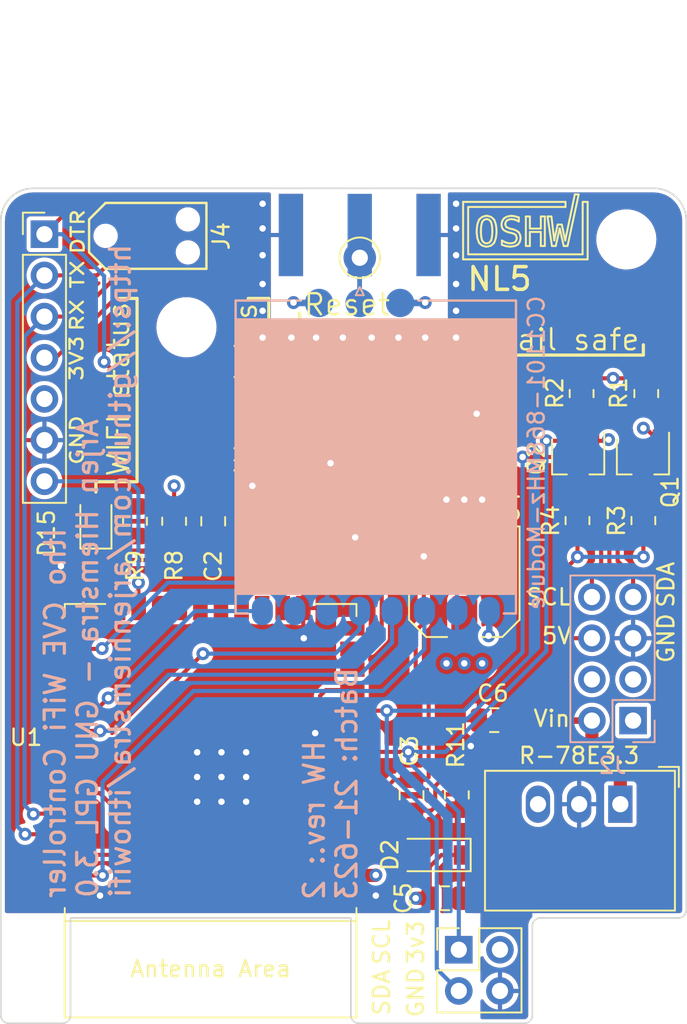
<source format=kicad_pcb>
(kicad_pcb (version 20211014) (generator pcbnew)
  (layers (0 "F.Cu" signal) (1 "In1.Cu" power "3V3") (2 "In2.Cu" power "GND") (31 "B.Cu" signal) (34 "B.Paste" user) (35 "F.Paste" user) (36 "B.SilkS" user "B.Silkscreen") (37 "F.SilkS" user "F.Silkscreen") (38 "B.Mask" user) (39 "F.Mask" user) (44 "Edge.Cuts" user))
  (net 0 "")
  (net 1 "GND")
  (net 2 "+5V")
  (net 3 "+3V3")
  (net 4 "SDA")
  (net 5 "SCL")
  (net 6 "D0")
  (net 7 "D23_MOSI")
  (net 8 "D19_MISO")
  (net 9 "D18_SCK")
  (net 10 "D5_SS")
  (net 11 "D4_IRQ")
  (net 13 "D0{slash}RX0")
  (net 14 "D1{slash}TX0")
  (net 17 "Net-(LED1-Pad2)")
  (net 18 "Net-(LED2-Pad2)")
  (net 19 "SDA_L")
  (net 20 "SCL_L")
  (net 21 "Net-(R10-Pad2)")
  (net 22 "+15V")
  (net 23 "Net-(C2-Pad1)")
  (net 24 "Net-(C3-Pad1)")
  (net 26 "D15")
  (net 27 "D13")
  (net 28 "D17")
  (net 29 "Net-(H1-Pad1)")
  (footprint "Converter_DCDC:Converter_DCDC_RECOM_R-78E-0.5_THT" (layer "F.Cu") (at 121.2596 142.9512 180)
    (fp_text reference "R-78E3.3")
    (fp_text value "U2")
  )
  (footprint "Package_TO_SOT_SMD:SOT-23W" (layer "F.Cu") (at 118.6586 121.539 -90)
    (fp_text reference "Q2")
    (fp_text value "BSS138")
  )
  (footprint "Resistor_SMD:R_0805_2012Metric" (layer "F.Cu") (at 118.872 117.6244 -90)
    (fp_text reference "R2")
    (fp_text value "R10K" hide)
  )
  (footprint "Connector_PinHeader_2.54mm:PinHeader_1x07_P2.54mm_Vertical" (layer "F.Cu") (at 85.725 107.7976)
    (fp_text reference "J1" hide)
    (fp_text value "CONN_01X07" hide)
  )
  (footprint "nrg_watch:ESP32-WROOM-32E" (layer "F.Cu") (at 95.9776 141.6036 180)
    (fp_text reference "U1")
    (fp_text value "ESP32-WROOM")
  )
  (footprint "Resistor_SMD:R_0805_2012Metric" (layer "F.Cu") (at 91.313 125.5014 -90)
    (fp_text reference "R9")
    (fp_text value "R100" hide)
  )
  (footprint "Resistor_SMD:R_0805_2012Metric" (layer "F.Cu") (at 106.536 125.51 -90)
    (fp_text reference "R10")
    (fp_text value "R10K" hide)
  )
  (footprint "Resistor_SMD:R_0805_2012Metric" (layer "F.Cu") (at 118.618 125.461 -90)
    (fp_text reference "R4")
    (fp_text value "R10K" hide)
  )
  (footprint "MountingHole:MountingHole_2.5mm" (layer "F.Cu") (at 94.488 113.538)
    (fp_text reference "H2" hide)
    (fp_text value "MountingHole" hide)
  )
  (footprint "LED_SMD:LED_0805_2012Metric" (layer "F.Cu") (at 88.9 125.5014 90)
    (fp_text reference "LED1" hide)
    (fp_text value "WIFI status")
  )
  (footprint "Connector_PinHeader_2.54mm:PinHeader_2x02_P2.54mm_Vertical" (layer "F.Cu") (at 111.292 151.928)
    (fp_text reference "J5" hide)
    (fp_text value "Conn_02x02_Odd_Even" hide)
  )
  (footprint "nrg_watch:TC2020-MCP-NL" (layer "F.Cu") (at 92.036 107.9014 90)
    (fp_text reference "J4")
    (fp_text value "TC2030-MCP-NL" hide)
  )
  (footprint "nrg_watch:TS-1187" (layer "F.Cu") (at 110.5404 118.872 -90)
    (fp_text reference "SW1" hide)
    (fp_text value "Fail safe")
  )
  (footprint "Capacitor_SMD:C_0805_2012Metric" (layer "F.Cu") (at 113.482 137.768 180)
    (fp_text reference "C6")
    (fp_text value "10uF" hide)
  )
  (footprint "Package_TO_SOT_SMD:SOT-23W" (layer "F.Cu") (at 122.6566 121.539 -90)
    (fp_text reference "Q1")
    (fp_text value "BSS138")
  )
  (footprint "Resistor_SMD:R_0805_2012Metric" (layer "F.Cu") (at 122.8598 117.6244 90)
    (fp_text reference "R1")
    (fp_text value "R10K" hide)
  )
  (footprint "Resistor_SMD:R_0805_2012Metric" (layer "F.Cu") (at 122.682 125.461 -90)
    (fp_text reference "R3")
    (fp_text value "R10K" hide)
  )
  (footprint "Capacitor_SMD:C_0805_2012Metric" (layer "F.Cu") (at 96.139 125.5014 90)
    (fp_text reference "C2")
    (fp_text value "1uF" hide)
  )
  (footprint "Resistor_SMD:R_0805_2012Metric" (layer "F.Cu") (at 98.552 125.5155 90)
    (fp_text reference "R7")
    (fp_text value "R10K" hide)
  )
  (footprint "Capacitor_SMD:C_Elec_6.3x7.7" (layer "F.Cu") (at 111.632 129.2305 90)
    (fp_text reference "C4")
    (fp_text value "470uF" hide)
  )
  (footprint "Capacitor_SMD:C_0805_2012Metric" (layer "F.Cu") (at 110.4369 148.751)
    (fp_text reference "C5")
    (fp_text value "0.1uF" hide)
  )
  (footprint "Capacitor_SMD:C_0805_2012Metric" (layer "F.Cu") (at 108.3775 142.401 90)
    (fp_text reference "C3")
    (fp_text value "10uF" hide)
  )
  (footprint "Diode_SMD:D_SOD-123" (layer "F.Cu") (at 109.7755 146.084 180)
    (fp_text reference "D2")
    (fp_text value "D_Schottky" hide)
  )
  (footprint "Resistor_SMD:R_0805_2012Metric" (layer "F.Cu") (at 111.1715 142.3775 90)
    (fp_text reference "R11")
    (fp_text value "R1K" hide)
  )
  (footprint "Connector_Pin:Pin_D1.0mm_L10.0mm" (layer "F.Cu") (at 105.18218 109.25146)
    (fp_text reference "H1" hide)
    (fp_text value "MountingHole_Pad" hide)
  )
  (footprint "Resistor_SMD:R_0805_2012Metric" (layer "F.Cu") (at 93.726 125.5014 90)
    (fp_text reference "R8")
    (fp_text value "R10K" hide)
  )
  (footprint "Resistor_SMD:R_0805_2012Metric" (layer "F.Cu") (at 103.378 125.5155 90)
    (fp_text reference "R5")
    (fp_text value "R100")
  )
  (footprint "LED_SMD:LED_0805_2012Metric" (layer "F.Cu") (at 100.965 125.5155 90)
    (fp_text reference "LED2" hide)
    (fp_text value "itho status")
  )
  (footprint "nrg_watch:TS-1187" (layer "F.Cu") (at 104.14 118.872 90)
    (fp_text reference "SW2" hide)
    (fp_text value "Reset")
  )
  (footprint "MountingHole:MountingHole_2.5mm" (layer "F.Cu") (at 121.63 108.12)
    (fp_text reference "H3" hide)
    (fp_text value "MountingHole" hide)
  )
  (footprint "Connector_PinSocket_2.54mm:PinSocket_2x04_P2.54mm_Vertical" (layer "B.Cu") (at 122.047 137.795)
    (fp_text reference "J2")
    (fp_text value "conn")
  )
  (footprint "Connector_Coaxial:SMA_Amphenol_132289_EdgeMount" (layer "B.Cu") (at 105.1814 107.8484 90)
    (fp_text reference "J3" hide)
    (fp_text value "Conn_Coaxial")
  )
  (footprint "nrg_watch:CC1101-868MHz-Module" (layer "B.Cu") (at 106.172 121.539 90)
    (fp_text reference "U2" hide)
    (fp_text value "CC1101-868MHz-Module")
  )
  (gr_poly (pts (xy 114.808 129.9972) (xy 97.5614 129.9972) (xy 97.536 113.03) (xy 114.808 113.03)) (layer "B.SilkS") (width 0.1) (fill solid))
  (gr_line (start 99.568 111.76) (end 99.568 122.936) (layer "F.SilkS") (width 0.2))
  (gr_line (start 99.568 111.76) (end 98.298 111.76) (layer "F.SilkS") (width 0.2))
  (gr_line (start 99.568 122.936) (end 100.965 122.936) (layer "F.SilkS") (width 0.2))
  (gr_line (start 100.965 123.571) (end 100.965 122.936) (layer "F.SilkS") (width 0.2))
  (gr_line (start 113.665 122.936) (end 112.649 122.936) (layer "F.SilkS") (width 0.2))
  (gr_line (start 113.665 122.936) (end 113.665 115.2525) (layer "F.SilkS") (width 0.2))
  (gr_line (start 122.682 115.2525) (end 122.682 114.6175) (layer "F.SilkS") (width 0.2))
  (gr_line (start 113.665 115.2525) (end 122.682 115.2525) (layer "F.SilkS") (width 0.2))
  (gr_line (start 106.045 122.936) (end 107.188 122.936) (layer "F.SilkS") (width 0.2))
  (gr_line (start 101.473 113.284) (end 101.473 112.649) (layer "F.SilkS") (width 0.2))
  (gr_line (start 101.473 113.284) (end 107.188 113.284) (layer "F.SilkS") (width 0.2))
  (gr_line (start 107.188 122.936) (end 107.188 113.284) (layer "F.SilkS") (width 0.2))
  (gr_line (start 88.9 123.063) (end 91.44 123.063) (layer "F.SilkS") (width 0.2))
  (gr_line (start 116.768896 106.703121) (end 116.768896 106.703121) (layer "F.SilkS") (width 0.125))
  (gr_line (start 117.040946 108.52577) (end 116.768896 106.703121) (layer "F.SilkS") (width 0.125))
  (gr_line (start 117.274296 108.52577) (end 117.040946 108.52577) (layer "F.SilkS") (width 0.125))
  (gr_line (start 117.520896 107.44287) (end 117.274296 108.52577) (layer "F.SilkS") (width 0.125))
  (gr_line (start 117.768496 108.52577) (end 117.520896 107.44287) (layer "F.SilkS") (width 0.125))
  (gr_line (start 118.001795 108.52577) (end 117.768496 108.52577) (layer "F.SilkS") (width 0.125))
  (gr_line (start 118.690546 105.34897) (end 118.001795 108.52577) (layer "F.SilkS") (width 0.125))
  (gr_line (start 118.450196 105.34897) (end 118.690546 105.34897) (layer "F.SilkS") (width 0.125))
  (gr_line (start 117.858846 108.18507) (end 118.450196 105.34897) (layer "F.SilkS") (width 0.125))
  (gr_line (start 117.648846 107.20362) (end 117.858846 108.18507) (layer "F.SilkS") (width 0.125))
  (gr_line (start 117.391446 107.20362) (end 117.648846 107.20362) (layer "F.SilkS") (width 0.125))
  (gr_line (start 117.183946 108.18262) (end 117.391446 107.20362) (layer "F.SilkS") (width 0.125))
  (gr_line (start 117.009246 106.703121) (end 117.183946 108.18262) (layer "F.SilkS") (width 0.125))
  (gr_line (start 116.768896 106.703121) (end 117.009246 106.703121) (layer "F.SilkS") (width 0.125))
  (gr_line (start 115.431795 106.703121) (end 115.431795 106.703121) (layer "F.SilkS") (width 0.125))
  (gr_line (start 115.431795 108.52577) (end 115.431795 106.703121) (layer "F.SilkS") (width 0.125))
  (gr_line (start 115.679746 108.52577) (end 115.431795 108.52577) (layer "F.SilkS") (width 0.125))
  (gr_line (start 115.679746 107.65772) (end 115.679746 108.52577) (layer "F.SilkS") (width 0.125))
  (gr_line (start 116.354646 107.65772) (end 115.679746 107.65772) (layer "F.SilkS") (width 0.125))
  (gr_line (start 116.354646 108.52577) (end 116.354646 107.65772) (layer "F.SilkS") (width 0.125))
  (gr_line (start 116.602596 108.52577) (end 116.354646 108.52577) (layer "F.SilkS") (width 0.125))
  (gr_line (start 116.602596 106.703121) (end 116.602596 108.52577) (layer "F.SilkS") (width 0.125))
  (gr_line (start 116.354646 106.703121) (end 116.602596 106.703121) (layer "F.SilkS") (width 0.125))
  (gr_line (start 116.354646 107.45022) (end 116.354646 106.703121) (layer "F.SilkS") (width 0.125))
  (gr_line (start 115.679746 107.45022) (end 116.354646 107.45022) (layer "F.SilkS") (width 0.125))
  (gr_line (start 115.679746 106.703121) (end 115.679746 107.45022) (layer "F.SilkS") (width 0.125))
  (gr_line (start 115.431795 106.703121) (end 115.679746 106.703121) (layer "F.SilkS") (width 0.125))
  (gr_line (start 114.996431 106.76582) (end 114.996431 106.76552) (layer "F.SilkS") (width 0.125))
  (gr_line (start 114.975001 106.75767) (end 114.996431 106.76582) (layer "F.SilkS") (width 0.125))
  (gr_line (start 114.771546 106.69882) (end 114.975001 106.75767) (layer "F.SilkS") (width 0.125))
  (gr_line (start 114.752281 106.69502) (end 114.771546 106.69882) (layer "F.SilkS") (width 0.125))
  (gr_line (start 114.732756 106.690921) (end 114.752281 106.69502) (layer "F.SilkS") (width 0.125))
  (gr_line (start 114.586541 106.67057) (end 114.732756 106.690921) (layer "F.SilkS") (width 0.125))
  (gr_line (start 114.531476 106.67057) (end 114.586541 106.67057) (layer "F.SilkS") (width 0.125))
  (gr_line (start 114.469896 106.67057) (end 114.531476 106.67057) (layer "F.SilkS") (width 0.125))
  (gr_line (start 114.285976 106.70722) (end 114.469896 106.67057) (layer "F.SilkS") (width 0.125))
  (gr_line (start 114.121861 106.79347) (end 114.285976 106.70722) (layer "F.SilkS") (width 0.125))
  (gr_line (start 114.094466 106.81817) (end 114.121861 106.79347) (layer "F.SilkS") (width 0.125))
  (gr_line (start 114.067066 106.84257) (end 114.094466 106.81817) (layer "F.SilkS") (width 0.125))
  (gr_line (start 113.97158 106.98907) (end 114.067066 106.84257) (layer "F.SilkS") (width 0.125))
  (gr_line (start 113.930885 107.15372) (end 113.97158 106.98907) (layer "F.SilkS") (width 0.125))
  (gr_line (start 113.930885 107.20877) (end 113.930885 107.15372) (layer "F.SilkS") (width 0.125))
  (gr_line (start 113.930885 107.25247) (end 113.930885 107.20877) (layer "F.SilkS") (width 0.125))
  (gr_line (start 113.959376 107.38402) (end 113.930885 107.25247) (layer "F.SilkS") (width 0.125))
  (gr_line (start 114.026376 107.50067) (end 113.959376 107.38402) (layer "F.SilkS") (width 0.125))
  (gr_line (start 114.045636 107.52022) (end 114.026376 107.50067) (layer "F.SilkS") (width 0.125))
  (gr_line (start 114.064626 107.53947) (end 114.045636 107.52022) (layer "F.SilkS") (width 0.125))
  (gr_line (start 114.195101 107.62137) (end 114.064626 107.53947) (layer "F.SilkS") (width 0.125))
  (gr_line (start 114.371971 107.68377) (end 114.195101 107.62137) (layer "F.SilkS") (width 0.125))
  (gr_line (start 114.414291 107.69327) (end 114.371971 107.68377) (layer "F.SilkS") (width 0.125))
  (gr_line (start 114.545851 107.72392) (end 114.414291 107.69327) (layer "F.SilkS") (width 0.125))
  (gr_line (start 114.575151 107.73042) (end 114.545851 107.72392) (layer "F.SilkS") (width 0.125))
  (gr_line (start 114.696136 107.771121) (end 114.575151 107.73042) (layer "F.SilkS") (width 0.125))
  (gr_line (start 114.781851 107.82267) (end 114.696136 107.771121) (layer "F.SilkS") (width 0.125))
  (gr_line (start 114.793791 107.83487) (end 114.781851 107.82267) (layer "F.SilkS") (width 0.125))
  (gr_line (start 114.805726 107.84682) (end 114.793791 107.83487) (layer "F.SilkS") (width 0.125))
  (gr_line (start 114.865681 107.99137) (end 114.805726 107.84682) (layer "F.SilkS") (width 0.125))
  (gr_line (start 114.865681 108.04372) (end 114.865681 107.99137) (layer "F.SilkS") (width 0.125))
  (gr_line (start 114.865681 108.07712) (end 114.865681 108.04372) (layer "F.SilkS") (width 0.125))
  (gr_line (start 114.839636 108.17722) (end 114.865681 108.07712) (layer "F.SilkS") (width 0.125))
  (gr_line (start 114.779146 108.26402) (end 114.839636 108.17722) (layer "F.SilkS") (width 0.125))
  (gr_line (start 114.762056 108.27812) (end 114.779146 108.26402) (layer "F.SilkS") (width 0.125))
  (gr_line (start 114.744691 108.29197) (end 114.762056 108.27812) (layer "F.SilkS") (width 0.125))
  (gr_line (start 114.637541 108.34022) (end 114.744691 108.29197) (layer "F.SilkS") (width 0.125))
  (gr_line (start 114.513026 108.36112) (end 114.637541 108.34022) (layer "F.SilkS") (width 0.125))
  (gr_line (start 114.471526 108.36112) (end 114.513026 108.36112) (layer "F.SilkS") (width 0.125))
  (gr_line (start 114.413471 108.36112) (end 114.471526 108.36112) (layer "F.SilkS") (width 0.125))
  (gr_line (start 114.239591 108.32642) (end 114.413471 108.36112) (layer "F.SilkS") (width 0.125))
  (gr_line (start 114.218706 108.31962) (end 114.239591 108.32642) (layer "F.SilkS") (width 0.125))
  (gr_line (start 114.197816 108.312571) (end 114.218706 108.31962) (layer "F.SilkS") (width 0.125))
  (gr_line (start 113.977275 108.203771) (end 114.197816 108.312571) (layer "F.SilkS") (width 0.125))
  (gr_line (start 113.953951 108.18912) (end 113.977275 108.203771) (layer "F.SilkS") (width 0.125))
  (gr_line (start 113.953951 108.45147) (end 113.953951 108.18912) (layer "F.SilkS") (width 0.125))
  (gr_line (start 113.975651 108.46042) (end 113.953951 108.45147) (layer "F.SilkS") (width 0.125))
  (gr_line (start 114.192116 108.52877) (end 113.975651 108.46042) (layer "F.SilkS") (width 0.125))
  (gr_line (start 114.213816 108.53337) (end 114.192116 108.52877) (layer "F.SilkS") (width 0.125))
  (gr_line (start 114.235251 108.53797) (end 114.213816 108.53337) (layer "F.SilkS") (width 0.125))
  (gr_line (start 114.406966 108.56132) (end 114.235251 108.53797) (layer "F.SilkS") (width 0.125))
  (gr_line (start 114.471526 108.56132) (end 114.406966 108.56132) (layer "F.SilkS") (width 0.125))
  (gr_line (start 114.539066 108.56132) (end 114.471526 108.56132) (layer "F.SilkS") (width 0.125))
  (gr_line (start 114.742521 108.527121) (end 114.539066 108.56132) (layer "F.SilkS") (width 0.125))
  (gr_line (start 114.913421 108.44737) (end 114.742521 108.527121) (layer "F.SilkS") (width 0.125))
  (gr_line (start 114.940276 108.42462) (end 114.913421 108.44737) (layer "F.SilkS") (width 0.125))
  (gr_line (start 114.967131 108.40182) (end 114.940276 108.42462) (layer "F.SilkS") (width 0.125))
  (gr_line (start 115.060991 108.25697) (end 114.967131 108.40182) (layer "F.SilkS") (width 0.125))
  (gr_line (start 115.101411 108.08522) (end 115.060991 108.25697) (layer "F.SilkS") (width 0.125))
  (gr_line (start 115.101411 108.02802) (end 115.101411 108.08522) (layer "F.SilkS") (width 0.125))
  (gr_line (start 115.101411 107.978371) (end 115.101411 108.02802) (layer "F.SilkS") (width 0.125))
  (gr_line (start 115.072111 107.83027) (end 115.101411 107.978371) (layer "F.SilkS") (width 0.125))
  (gr_line (start 115.003751 107.70007) (end 115.072111 107.83027) (layer "F.SilkS") (width 0.125))
  (gr_line (start 114.984221 107.67887) (end 115.003751 107.70007) (layer "F.SilkS") (width 0.125))
  (gr_line (start 114.964686 107.65747) (end 114.984221 107.67887) (layer "F.SilkS") (width 0.125))
  (gr_line (start 114.832041 107.56767) (end 114.964686 107.65747) (layer "F.SilkS") (width 0.125))
  (gr_line (start 114.653276 107.50067) (end 114.832041 107.56767) (layer "F.SilkS") (width 0.125))
  (gr_line (start 114.610686 107.49092) (end 114.653276 107.50067) (layer "F.SilkS") (width 0.125))
  (gr_line (start 114.481291 107.46162) (end 114.610686 107.49092) (layer "F.SilkS") (width 0.125))
  (gr_line (start 114.450911 107.45427) (end 114.481291 107.46162) (layer "F.SilkS") (width 0.125))
  (gr_line (start 114.243385 107.36587) (end 114.450911 107.45427) (layer "F.SilkS") (width 0.125))
  (gr_line (start 114.232271 107.35527) (end 114.243385 107.36587) (layer "F.SilkS") (width 0.125))
  (gr_line (start 114.221146 107.34467) (end 114.232271 107.35527) (layer "F.SilkS") (width 0.125))
  (gr_line (start 114.166346 107.21692) (end 114.221146 107.34467) (layer "F.SilkS") (width 0.125))
  (gr_line (start 114.166346 107.17082) (end 114.166346 107.21692) (layer "F.SilkS") (width 0.125))
  (gr_line (start 114.166346 107.13987) (end 114.166346 107.17082) (layer "F.SilkS") (width 0.125))
  (gr_line (start 114.191576 107.04712) (end 114.166346 107.13987) (layer "F.SilkS") (width 0.125))
  (gr_line (start 114.250716 106.96572) (end 114.191576 107.04712) (layer "F.SilkS") (width 0.125))
  (gr_line (start 114.267806 106.952421) (end 114.250716 106.96572) (layer "F.SilkS") (width 0.125))
  (gr_line (start 114.284626 106.93862) (end 114.267806 106.952421) (layer "F.SilkS") (width 0.125))
  (gr_line (start 114.387431 106.89112) (end 114.284626 106.93862) (layer "F.SilkS") (width 0.125))
  (gr_line (start 114.514386 106.87052) (end 114.387431 106.89112) (layer "F.SilkS") (width 0.125))
  (gr_line (start 114.543681 106.87052) (end 114.514386 106.87052) (layer "F.SilkS") (width 0.125))
  (gr_line (start 114.562671 106.87052) (end 114.543681 106.87052) (layer "F.SilkS") (width 0.125))
  (gr_line (start 114.752011 106.90092) (end 114.562671 106.87052) (layer "F.SilkS") (width 0.125))
  (gr_line (start 114.770736 106.90712) (end 114.752011 106.90092) (layer "F.SilkS") (width 0.125))
  (gr_line (start 114.789451 106.91312) (end 114.770736 106.90712) (layer "F.SilkS") (width 0.125))
  (gr_line (start 114.977706 107.00372) (end 114.789451 106.91312) (layer "F.SilkS") (width 0.125))
  (gr_line (start 114.996431 107.01592) (end 114.977706 107.00372) (layer "F.SilkS") (width 0.125))
  (gr_line (start 114.996431 106.76552) (end 114.996431 107.01592) (layer "F.SilkS") (width 0.125))
  (gr_line (start 113.619201 107.616221) (end 113.619201 107.616221) (layer "F.SilkS") (width 0.125))
  (gr_line (start 113.619201 107.51207) (end 113.619201 107.616221) (layer "F.SilkS") (width 0.125))
  (gr_line (start 113.581225 107.19957) (end 113.619201 107.51207) (layer "F.SilkS") (width 0.125))
  (gr_line (start 113.493061 106.94347) (end 113.581225 107.19957) (layer "F.SilkS") (width 0.125))
  (gr_line (start 113.467841 106.90442) (end 113.493061 106.94347) (layer "F.SilkS") (width 0.125))
  (gr_line (start 113.442611 106.86537) (end 113.467841 106.90442) (layer "F.SilkS") (width 0.125))
  (gr_line (start 113.277951 106.72862) (end 113.442611 106.86537) (layer "F.SilkS") (width 0.125))
  (gr_line (start 113.076125 106.67002) (end 113.277951 106.72862) (layer "F.SilkS") (width 0.125))
  (gr_line (start 113.008851 106.67002) (end 113.076125 106.67002) (layer "F.SilkS") (width 0.125))
  (gr_line (start 112.941576 106.67002) (end 113.008851 106.67002) (layer "F.SilkS") (width 0.125))
  (gr_line (start 112.740296 106.72862) (end 112.941576 106.67002) (layer "F.SilkS") (width 0.125))
  (gr_line (start 112.575096 106.86537) (end 112.740296 106.72862) (layer "F.SilkS") (width 0.125))
  (gr_line (start 112.549866 106.90442) (end 112.575096 106.86537) (layer "F.SilkS") (width 0.125))
  (gr_line (start 112.524636 106.94347) (end 112.549866 106.90442) (layer "F.SilkS") (width 0.125))
  (gr_line (start 112.437021 107.19957) (end 112.524636 106.94347) (layer "F.SilkS") (width 0.125))
  (gr_line (start 112.399581 107.51207) (end 112.437021 107.19957) (layer "F.SilkS") (width 0.125))
  (gr_line (start 112.399581 107.616221) (end 112.399581 107.51207) (layer "F.SilkS") (width 0.125))
  (gr_line (start 112.399581 107.72037) (end 112.399581 107.616221) (layer "F.SilkS") (width 0.125))
  (gr_line (start 112.437021 108.03317) (end 112.399581 107.72037) (layer "F.SilkS") (width 0.125))
  (gr_line (start 112.524636 108.288671) (end 112.437021 108.03317) (layer "F.SilkS") (width 0.125))
  (gr_line (start 112.549866 108.32777) (end 112.524636 108.288671) (layer "F.SilkS") (width 0.125))
  (gr_line (start 112.574826 108.36657) (end 112.549866 108.32777) (layer "F.SilkS") (width 0.125))
  (gr_line (start 112.739486 108.50247) (end 112.574826 108.36657) (layer "F.SilkS") (width 0.125))
  (gr_line (start 112.941306 108.56107) (end 112.739486 108.50247) (layer "F.SilkS") (width 0.125))
  (gr_line (start 113.008851 108.56107) (end 112.941306 108.56107) (layer "F.SilkS") (width 0.125))
  (gr_line (start 113.076125 108.56107) (end 113.008851 108.56107) (layer "F.SilkS") (width 0.125))
  (gr_line (start 113.277951 108.50247) (end 113.076125 108.56107) (layer "F.SilkS") (width 0.125))
  (gr_line (start 113.442611 108.36572) (end 113.277951 108.50247) (layer "F.SilkS") (width 0.125))
  (gr_line (start 113.467841 108.32667) (end 113.442611 108.36572) (layer "F.SilkS") (width 0.125))
  (gr_line (start 113.493061 108.28762) (end 113.467841 108.32667) (layer "F.SilkS") (width 0.125))
  (gr_line (start 113.581225 108.03182) (end 113.493061 108.28762) (layer "F.SilkS") (width 0.125))
  (gr_line (start 113.619201 107.72012) (end 113.581225 108.03182) (layer "F.SilkS") (width 0.125))
  (gr_line (start 113.619201 107.616221) (end 113.619201 107.72012) (layer "F.SilkS") (width 0.125))
  (gr_line (start 113.361501 107.616221) (end 113.361501 107.616221) (layer "F.SilkS") (width 0.125))
  (gr_line (start 113.361501 107.70222) (end 113.361501 107.616221) (layer "F.SilkS") (width 0.125))
  (gr_line (start 113.340611 107.96047) (end 113.361501 107.70222) (layer "F.SilkS") (width 0.125))
  (gr_line (start 113.292326 108.16122) (end 113.340611 107.96047) (layer "F.SilkS") (width 0.125))
  (gr_line (start 113.278491 108.18997) (end 113.292326 108.16122) (layer "F.SilkS") (width 0.125))
  (gr_line (start 113.264656 108.21842) (end 113.278491 108.18997) (layer "F.SilkS") (width 0.125))
  (gr_line (start 113.169986 108.31797) (end 113.264656 108.21842) (layer "F.SilkS") (width 0.125))
  (gr_line (start 113.049001 108.360871) (end 113.169986 108.31797) (layer "F.SilkS") (width 0.125))
  (gr_line (start 113.008851 108.360871) (end 113.049001 108.360871) (layer "F.SilkS") (width 0.125))
  (gr_line (start 112.968431 108.360871) (end 113.008851 108.360871) (layer "F.SilkS") (width 0.125))
  (gr_line (start 112.847721 108.31772) (end 112.968431 108.360871) (layer "F.SilkS") (width 0.125))
  (gr_line (start 112.752775 108.21707) (end 112.847721 108.31772) (layer "F.SilkS") (width 0.125))
  (gr_line (start 112.738941 108.18862) (end 112.752775 108.21707) (layer "F.SilkS") (width 0.125))
  (gr_line (start 112.725101 108.15987) (end 112.738941 108.18862) (layer "F.SilkS") (width 0.125))
  (gr_line (start 112.677631 107.95937) (end 112.725101 108.15987) (layer "F.SilkS") (width 0.125))
  (gr_line (start 112.657291 107.701971) (end 112.677631 107.95937) (layer "F.SilkS") (width 0.125))
  (gr_line (start 112.657291 107.616221) (end 112.657291 107.701971) (layer "F.SilkS") (width 0.125))
  (gr_line (start 112.657291 107.52997) (end 112.657291 107.616221) (layer "F.SilkS") (width 0.125))
  (gr_line (start 112.677631 107.27197) (end 112.657291 107.52997) (layer "F.SilkS") (width 0.125))
  (gr_line (start 112.725101 107.07097) (end 112.677631 107.27197) (layer "F.SilkS") (width 0.125))
  (gr_line (start 112.738941 107.04247) (end 112.725101 107.07097) (layer "F.SilkS") (width 0.125))
  (gr_line (start 112.752775 107.01372) (end 112.738941 107.04247) (layer "F.SilkS") (width 0.125))
  (gr_line (start 112.847721 106.91312) (end 112.752775 107.01372) (layer "F.SilkS") (width 0.125))
  (gr_line (start 111.558386 105.80582) (end 111.558386 109.35071) (layer "F.SilkS") (width 0.125))
  (gr_line (start 119.243946 105.80582) (end 118.937946 105.80582) (layer "F.SilkS") (width 0.125))
  (gr_line (start 119.243946 109.35071) (end 119.243946 105.80582) (layer "F.SilkS") (width 0.125))
  (gr_line (start 112.968431 106.870221) (end 112.847721 106.91312) (layer "F.SilkS") (width 0.125))
  (gr_line (start 113.008851 106.870221) (end 112.968431 106.870221) (layer "F.SilkS") (width 0.125))
  (gr_line (start 113.049001 106.870221) (end 113.008851 106.870221) (layer "F.SilkS") (width 0.125))
  (gr_line (start 113.169986 106.91312) (end 113.049001 106.870221) (layer "F.SilkS") (width 0.125))
  (gr_line (start 113.264656 107.01372) (end 113.169986 106.91312) (layer "F.SilkS") (width 0.125))
  (gr_line (start 113.278491 107.04247) (end 113.264656 107.01372) (layer "F.SilkS") (width 0.125))
  (gr_line (start 111.870886 106.11832) (end 117.878096 106.11832) (layer "F.SilkS") (width 0.125))
  (gr_line (start 111.870886 109.03821) (end 111.870886 106.11832) (layer "F.SilkS") (width 0.125))
  (gr_line (start 111.558386 109.35071) (end 119.243946 109.35071) (layer "F.SilkS") (width 0.125))
  (gr_line (start 118.931446 109.03821) (end 111.870886 109.03821) (layer "F.SilkS") (width 0.125))
  (gr_line (start 118.937946 105.80582) (end 118.931446 109.03821) (layer "F.SilkS") (width 0.125))
  (gr_line (start 117.878096 105.80582) (end 111.558386 105.80582) (layer "F.SilkS") (width 0.125))
  (gr_line (start 117.878096 106.11832) (end 117.878096 105.80582) (layer "F.SilkS") (width 0.125))
  (gr_line (start 113.292326 107.07097) (end 113.278491 107.04247) (layer "F.SilkS") (width 0.125))
  (gr_line (start 113.340611 107.27197) (end 113.292326 107.07097) (layer "F.SilkS") (width 0.125))
  (gr_line (start 113.361501 107.52997) (end 113.340611 107.27197) (layer "F.SilkS") (width 0.125))
  (gr_line (start 113.361501 107.616221) (end 113.361501 107.52997) (layer "F.SilkS") (width 0.125))
  (gr_line (start 111.558386 105.80582) (end 111.558386 105.80582) (layer "F.SilkS") (width 0.125))
  (gr_line (start 90.3605 111.76) (end 91.44 111.76) (layer "F.SilkS") (width 0.2))
  (gr_line (start 88.9 123.698) (end 88.9 123.063) (layer "F.SilkS") (width 0.2))
  (gr_line (start 91.44 111.76) (end 91.44 123.063) (layer "F.SilkS") (width 0.2))
  (gr_arc (start 83.532 156.468) (mid 83.178447 156.321553) (end 83.032 155.968) (layer "Edge.Cuts") (width 0.1))
  (gr_arc (start 123.332 104.968) (mid 124.746214 105.553786) (end 125.332 106.968) (layer "Edge.Cuts") (width 0.1))
  (gr_line (start 123.332 104.968) (end 85.032 104.968) (layer "Edge.Cuts") (width 0.1))
  (gr_arc (start 125.332 149.468) (mid 125.185553 149.821553) (end 124.832 149.968) (layer "Edge.Cuts") (width 0.1))
  (gr_line (start 86.832 156.468) (end 83.532 156.468) (layer "Edge.Cuts") (width 0.1))
  (gr_line (start 115.332 156.468) (end 105.132 156.468) (layer "Edge.Cuts") (width 0.1))
  (gr_arc (start 105.132 156.468) (mid 104.778447 156.321553) (end 104.632 155.968) (layer "Edge.Cuts") (width 0.1))
  (gr_arc (start 115.832 155.968) (mid 115.685553 156.321553) (end 115.332 156.468) (layer "Edge.Cuts") (width 0.1))
  (gr_line (start 115.832 155.968) (end 115.832 150.468) (layer "Edge.Cuts") (width 0.1))
  (gr_line (start 104.632 149.968) (end 87.332 149.968) (layer "Edge.Cuts") (width 0.1))
  (gr_arc (start 115.832 150.468) (mid 115.978447 150.114447) (end 116.332 149.968) (layer "Edge.Cuts") (width 0.1))
  (gr_line (start 87.332 149.968) (end 87.332 155.968) (layer "Edge.Cuts") (width 0.1))
  (gr_line (start 104.632 155.968) (end 104.632 149.968) (layer "Edge.Cuts") (width 0.1))
  (gr_arc (start 87.332 155.968) (mid 87.185553 156.321553) (end 86.832 156.468) (layer "Edge.Cuts") (width 0.1))
  (gr_line (start 83.032 155.968) (end 83.032 106.968) (layer "Edge.Cuts") (width 0.1))
  (gr_arc (start 83.032 106.968) (mid 83.617786 105.553786) (end 85.032 104.968) (layer "Edge.Cuts") (width 0.1))
  (gr_line (start 125.332 106.968) (end 125.332 149.468) (layer "Edge.Cuts") (width 0.1))
  (gr_line (start 124.832 149.968) (end 116.332 149.968) (layer "Edge.Cuts") (width 0.1))
  (gr_text "Itho CVE WiFi Controller\nArjen Hiemstra - GNU GPL 3.0\nhttps://github.com/arjenhiemstra/ithowifi" (at 88.392 148.844 90) (layer "B.SilkS") (effects (font (size 1.246 1.246) (thickness 0.2)) (justify right mirror)))
  (gr_text "HW rev.: 2\nBatch: 21-623" (at 103.378 148.971 90) (layer "B.SilkS") (effects (font (size 1.246 1.246) (thickness 0.2)) (justify right mirror)))
  (gr_text "SCL" (at 116.84 130.175) (layer "F.SilkS") (effects (font (size 1 1))))
  (gr_text "TX" (at 87.757 110.2868 90) (layer "F.SilkS") (effects (font (size 0.8 1))))
  (gr_text "3V3\n" (at 87.7062 115.443 90) (layer "F.SilkS") (effects (font (size 0.8 1))))
  (gr_text "GND" (at 87.7316 120.4976 90) (layer "F.SilkS") (effects (font (size 0.8 1))))
  (gr_text "RX" (at 87.7316 112.8014 90) (layer "F.SilkS") (effects (font (size 0.8 1))))
  (gr_text "SCL" (at 106.532 151.468 90) (layer "F.SilkS") (effects (font (size 1 1))))
  (gr_text "SDA\n" (at 106.532 154.568 90) (layer "F.SilkS") (effects (font (size 1 1))))
  (gr_text "GND" (at 108.632 154.568 90) (layer "F.SilkS") (effects (font (size 1 1))))
  (gr_text "3v3" (at 108.632 151.468 90) (layer "F.SilkS") (effects (font (size 1 1))))
  (gr_text "5V" (at 117.332 132.568) (layer "F.SilkS") (effects (font (size 1 1))))
  (gr_text "D15" (at 85.852 126.238 90) (layer "F.SilkS") (effects (font (size 1 1))))
  (gr_text "NL5" (at 111.6965 111.379) (layer "F.SilkS") (effects (font (size 1.4 1.4) (thickness 0.219726)) (justify left bottom)))
  (gr_text "Vin" (at 117.032 137.668) (layer "F.SilkS") (effects (font (size 1 1))))
  (gr_text "GND" (at 124.079 132.715 90) (layer "F.SilkS") (effects (font (size 1 1))))
  (gr_text "SDA\n" (at 124.079 129.413 90) (layer "F.SilkS") (effects (font (size 1 1))))
  (gr_text "DTR" (at 87.7824 107.6452 90) (layer "F.SilkS") (effects (font (size 0.8 1))))
  (segment (start 99.5934 107.8484) (end 99.187 107.442) (width 0.25) (layer "F.Cu") (net 1))
  (segment (start 100.9314 107.8484) (end 99.5934 107.8484) (width 0.25) (layer "F.Cu") (net 1))
  (segment (start 112.732 124.168) (end 110.532 124.168) (width 1.4732) (layer "F.Cu") (net 1))
  (segment (start 110.7186 107.8484) (end 111.125 107.442) (width 0.25) (layer "F.Cu") (net 1))
  (segment (start 109.4314 107.8484) (end 110.7186 107.8484) (width 0.25) (layer "F.Cu") (net 1))
  (segment (start 111.632 126.693) (end 111.632 124.168) (width 1.4732) (layer "F.Cu") (net 1))
  (via (at 109.22 112.014) (size 0.8) (drill 0.4) (layers "F.Cu" "B.Cu") (net 1))
  (via (at 99.187 107.442) (size 0.8) (drill 0.4) (layers "F.Cu" "B.Cu") (net 1))
  (via (at 99.187 105.918) (size 0.8) (drill 0.4) (layers "F.Cu" "B.Cu") (net 1))
  (via (at 101.092 112.014) (size 0.8) (drill 0.4) (layers "F.Cu" "B.Cu") (net 1))
  (via (at 99.187 110.871) (size 0.8) (drill 0.4) (layers "F.Cu" "B.Cu") (net 1))
  (via (at 99.187 112.522) (size 0.8) (drill 0.4) (layers "F.Cu" "B.Cu") (net 1))
  (via (at 99.187 109.093) (size 0.8) (drill 0.4) (layers "F.Cu" "B.Cu") (net 1))
  (via (at 111.125 110.871) (size 0.8) (drill 0.4) (layers "F.Cu" "B.Cu") (net 1))
  (via (at 111.125 114.173) (size 0.8) (drill 0.4) (layers "F.Cu" "B.Cu") (net 1))
  (via (at 111.125 112.522) (size 0.8) (drill 0.4) (layers "F.Cu" "B.Cu") (net 1))
  (via (at 105.918 114.173) (size 0.8) (drill 0.4) (layers "F.Cu" "B.Cu") (net 1))
  (via (at 109.22 114.173) (size 0.8) (drill 0.4) (layers "F.Cu" "B.Cu") (net 1))
  (via (at 102.489 114.173) (size 0.8) (drill 0.4) (layers "F.Cu" "B.Cu") (net 1))
  (via (at 104.14 114.173) (size 0.8) (drill 0.4) (layers "F.Cu" "B.Cu") (net 1))
  (via (at 100.965 114.173) (size 0.8) (drill 0.4) (layers "F.Cu" "B.Cu") (net 1))
  (via (at 107.569 114.173) (size 0.8) (drill 0.4) (layers "F.Cu" "B.Cu") (net 1))
  (via (at 99.187 114.173) (size 0.8) (drill 0.4) (layers "F.Cu" "B.Cu") (net 1))
  (via (at 102.432 138.568) (size 0.8) (drill 0.4) (layers "F.Cu" "B.Cu") (net 1))
  (via (at 112.032 139.368) (size 0.8) (drill 0.4) (layers "F.Cu" "B.Cu") (net 1))
  (via (at 111.632 124.168) (size 0.8) (drill 0.4) (layers "F.Cu" "B.Cu") (net 1))
  (via (at 112.732 124.168) (size 0.8) (drill 0.4) (layers "F.Cu" "B.Cu") (net 1))
  (via (at 110.532 124.168) (size 0.8) (drill 0.4) (layers "F.Cu" "B.Cu") (net 1))
  (via (at 86.741 128.27) (size 0.8) (drill 0.4) (layers "F.Cu" "B.Cu") (net 1))
  (via (at 111.125 105.918) (size 0.8) (drill 0.4) (layers "F.Cu" "B.Cu") (net 1))
  (via (at 111.125 107.442) (size 0.8) (drill 0.4) (layers "F.Cu" "B.Cu") (net 1))
  (via (at 111.125 109.093) (size 0.8) (drill 0.4) (layers "F.Cu" "B.Cu") (net 1))
  (via (at 101.727 132.715) (size 0.8) (drill 0.4) (layers "F.Cu" "B.Cu") (net 1))
  (via (at 96.647 139.7508) (size 0.8) (drill 0.4) (layers "F.Cu" "B.Cu") (net 1))
  (via (at 106.172 148.59) (size 0.8) (drill 0.4) (layers "F.Cu" "B.Cu") (net 1))
  (via (at 89.154 148.59) (size 0.8) (drill 0.4) (layers "F.Cu" "B.Cu") (net 1))
  (via (at 96.647 142.7988) (size 0.8) (drill 0.4) (layers "F.Cu" "B.Cu") (net 1))
  (via (at 98.171 142.7988) (size 0.8) (drill 0.4) (layers "F.Cu" "B.Cu") (net 1))
  (via (at 95.1484 142.7988) (size 0.8) (drill 0.4) (layers "F.Cu" "B.Cu") (net 1))
  (via (at 96.647 141.2748) (size 0.8) (drill 0.4) (layers "F.Cu" "B.Cu") (net 1))
  (via (at 95.1484 141.2748) (size 0.8) (drill 0.4) (layers "F.Cu" "B.Cu") (net 1))
  (via (at 95.1484 139.7508) (size 0.8) (drill 0.4) (layers "F.Cu" "B.Cu") (net 1))
  (via (at 98.171 139.7508) (size 0.8) (drill 0.4) (layers "F.Cu" "B.Cu") (net 1))
  (via (at 98.171 141.2748) (size 0.8) (drill 0.4) (layers "F.Cu" "B.Cu") (net 1))
  (segment (start 101.117 112.039) (end 101.092 112.014) (width 0.4064) (layer "B.Cu") (net 1))
  (segment (start 109.4314 107.8484) (end 110.7186 107.8484) (width 0.25) (layer "B.Cu") (net 1))
  (segment (start 100.9314 107.8484) (end 99.5934 107.8484) (width 0.25) (layer "B.Cu") (net 1))
  (segment (start 110.7186 107.8484) (end 111.125 107.442) (width 0.25) (layer "B.Cu") (net 1))
  (segment (start 107.672 112.039) (end 109.195 112.039) (width 0.4064) (layer "B.Cu") (net 1))
  (segment (start 99.5934 107.8484) (end 99.187 107.442) (width 0.25) (layer "B.Cu") (net 1))
  (segment (start 102.672 112.039) (end 101.117 112.039) (width 0.4064) (layer "B.Cu") (net 1))
  (segment (start 109.195 112.039) (end 109.22 112.014) (width 0.4064) (layer "B.Cu") (net 1))
  (segment (start 122.682 126.3985) (end 122.682 127.6985) (width 0.254) (layer "F.Cu") (net 2))
  (segment (start 118.618 127.6985) (end 118.618 126.3985) (width 0.254) (layer "F.Cu") (net 2))
  (segment (start 117.7485 128.568) (end 117.7485 132.1845) (width 0.254) (layer "F.Cu") (net 2))
  (segment (start 118.279 132.715) (end 119.507 132.715) (width 0.254) (layer "F.Cu") (net 2))
  (segment (start 118.618 127.6985) (end 117.7485 128.568) (width 0.254) (layer "F.Cu") (net 2))
  (segment (start 117.7485 132.1845) (end 118.279 132.715) (width 0.254) (layer "F.Cu") (net 2))
  (via (at 122.682 127.6985) (size 0.8) (drill 0.4) (layers "F.Cu" "B.Cu") (net 2))
  (via (at 118.618 127.6985) (size 0.8) (drill 0.4) (layers "F.Cu" "B.Cu") (net 2))
  (segment (start 122.682 127.6985) (end 118.618 127.6985) (width 0.254) (layer "B.Cu") (net 2))
  (segment (start 122.682 119.761) (end 122.8286 119.761) (width 0.254) (layer "F.Cu") (net 3))
  (segment (start 109.4994 148.751) (end 108.6348 148.751) (width 0.8128) (layer "F.Cu") (net 3))
  (segment (start 93.726 124.5639) (end 93.726 123.317) (width 0.254) (layer "F.Cu") (net 3))
  (segment (start 112.732 134.268) (end 110.532 134.268) (width 1.4732) (layer "F.Cu") (net 3))
  (segment (start 86.4248 115.4176) (end 93.306 108.5364) (width 0.25) (layer "F.Cu") (net 3))
  (segment (start 91.313 124.5639) (end 93.726 124.5639) (width 0.254) (layer "F.Cu") (net 3))
  (segment (start 106.1484 147.3436) (end 106.172 147.32) (width 0.8128) (layer "F.Cu") (net 3))
  (segment (start 104.7276 147.3436) (end 106.1484 147.3436) (width 0.8128) (layer "F.Cu") (net 3))
  (segment (start 118.872 116.6869) (end 120.81309 116.6869) (width 0.254) (layer "F.Cu") (net 3))
  (segment (start 104.902 126.492) (end 103.417 126.492) (width 0.254) (layer "F.Cu") (net 3))
  (segment (start 120.461 120.539) (end 120.532 120.468) (width 0.254) (layer "F.Cu") (net 3))
  (segment (start 98.552 124.578) (end 98.552 123.317) (width 0.254) (layer "F.Cu") (net 3))
  (segment (start 112.4154 121.872) (end 112.4154 115.872) (width 0.254) (layer "F.Cu") (net 3))
  (segment (start 111.632 131.768) (end 111.632 134.268) (width 1.4732) (layer "F.Cu") (net 3))
  (segment (start 109.4994 146.8036) (end 109.4994 148.751) (width 0.25) (layer "F.Cu") (net 3))
  (segment (start 110.219 146.084) (end 109.4994 146.8036) (width 0.25) (layer "F.Cu") (net 3))
  (segment (start 119.6086 120.539) (end 120.461 120.539) (width 0.254) (layer "F.Cu") (net 3))
  (segment (start 122.8598 116.6869) (end 120.81309 116.6869) (width 0.254) (layer "F.Cu") (net 3))
  (segment (start 111.4255 146.084) (end 110.219 146.084) (width 0.25) (layer "F.Cu") (net 3))
  (segment (start 122.8286 119.761) (end 123.6066 120.539) (width 0.254) (layer "F.Cu") (net 3))
  (segment (start 85.725 115.4176) (end 86.4248 115.4176) (width 0.25) (layer "F.Cu") (net 3))
  (segment (start 103.417 126.492) (end 103.378 126.453) (width 0.254) (layer "F.Cu") (net 3))
  (via (at 106.172 147.32) (size 0.8) (drill 0.4) (layers "F.Cu" "B.Cu") (net 3))
  (via (at 111.632 134.268) (size 0.8) (drill 0.4) (layers "F.Cu" "B.Cu") (net 3))
  (via (at 112.732 134.268) (size 0.8) (drill 0.4) (layers "F.Cu" "B.Cu") (net 3))
  (via (at 110.532 134.268) (size 0.8) (drill 0.4) (layers "F.Cu" "B.Cu") (net 3))
  (via (at 122.682 119.761) (size 0.8) (drill 0.4) (layers "F.Cu" "B.Cu") (net 3))
  (via (at 108.6315 148.751) (size 0.8) (drill 0.4) (layers "F.Cu" "B.Cu") (net 3))
  (via (at 112.395 118.872) (size 0.8) (drill 0.4) (layers "F.Cu" "B.Cu") (net 3))
  (via (at 98.552 123.317) (size 0.8) (drill 0.4) (layers "F.Cu" "B.Cu") (net 3))
  (via (at 93.726 123.317) (size 0.8) (drill 0.4) (layers "F.Cu" "B.Cu") (net 3))
  (via (at 104.902 126.492) (size 0.8) (drill 0.4) (layers "F.Cu" "B.Cu") (net 3))
  (via (at 113.132002 132.568) (size 0.8) (drill 0.4) (layers "F.Cu" "B.Cu") (net 3))
  (via (at 120.81309 116.6869) (size 0.8) (drill 0.4) (layers "F.Cu" "B.Cu") (net 3))
  (via (at 120.532 120.468) (size 0.8) (drill 0.4) (layers "F.Cu" "B.Cu") (net 3))
  (segment (start 113.172 132.528002) (end 113.132002 132.568) (width 0.4064) (layer "B.Cu") (net 3))
  (segment (start 113.172 131.039) (end 113.172 132.528002) (width 0.4064) (layer "B.Cu") (net 3))
  (segment (start 122.6566 122.539) (end 122.6566 124.4981) (width 0.254) (layer "F.Cu") (net 4))
  (segment (start 122.6566 124.4981) (end 122.682 124.5235) (width 0.254) (layer "F.Cu") (net 4))
  (segment (start 121.539 124.5235) (end 121.0945 124.968) (width 0.254) (layer "F.Cu") (net 4))
  (segment (start 122.682 124.5235) (end 121.539 124.5235) (width 0.254) (layer "F.Cu") (net 4))
  (segment (start 121.0945 127.9525) (end 122.047 128.905) (width 0.254) (layer "F.Cu") (net 4))
  (segment (start 121.0945 124.968) (end 121.0945 127.9525) (width 0.254) (layer "F.Cu") (net 4))
  (segment (start 122.047 128.905) (end 122.047 130.175) (width 0.254) (layer "F.Cu") (net 4))
  (segment (start 118.6586 122.539) (end 118.6586 124.4829) (width 0.254) (layer "F.Cu") (net 5))
  (segment (start 119.6975 124.5235) (end 120.0785 124.9045) (width 0.254) (layer "F.Cu") (net 5))
  (segment (start 119.507 128.7145) (end 119.507 130.175) (width 0.254) (layer "F.Cu") (net 5))
  (segment (start 120.0785 124.9045) (end 120.0785 128.143) (width 0.254) (layer "F.Cu") (net 5))
  (segment (start 118.618 124.5235) (end 119.6975 124.5235) (width 0.254) (layer "F.Cu") (net 5))
  (segment (start 120.0785 128.143) (end 119.507 128.7145) (width 0.254) (layer "F.Cu") (net 5))
  (segment (start 118.6586 124.4829) (end 118.618 124.5235) (width 0.254) (layer "F.Cu") (net 5))
  (segment (start 93.345 127.889) (end 89.027 127.889) (width 0.254) (layer "F.Cu") (net 6))
  (segment (start 96.139 124.5639) (end 95.2731 124.5639) (width 0.254) (layer "F.Cu") (net 6))
  (segment (start 95.2731 124.5639) (end 94.996 124.841) (width 0.254) (layer "F.Cu") (net 6))
  (segment (start 94.6681 126.4389) (end 93.726 126.4389) (width 0.254) (layer "F.Cu") (net 6))
  (segment (start 93.726 127.508) (end 93.345 127.889) (width 0.254) (layer "F.Cu") (net 6))
  (segment (start 94.996 124.841) (end 94.996 126.111) (width 0.254) (layer "F.Cu") (net 6))
  (segment (start 87.2276 129.6884) (end 87.2276 132.1036) (width 0.254) (layer "F.Cu") (net 6))
  (segment (start 96.139 122.402602) (end 89.407998 115.6716) (width 0.254) (layer "F.Cu") (net 6))
  (segment (start 86.7546 106.768) (end 85.725 107.7976) (width 0.25) (layer "F.Cu") (net 6))
  (segment (start 90.766 107.2664) (end 90.2676 106.768) (width 0.25) (layer "F.Cu") (net 6))
  (segment (start 89.027 127.889) (end 87.2276 129.6884) (width 0.254) (layer "F.Cu") (net 6))
  (segment (start 96.139 124.5639) (end 96.139 122.402602) (width 0.254) (layer "F.Cu") (net 6))
  (segment (start 90.2676 106.768) (end 86.7546 106.768) (width 0.25) (layer "F.Cu") (net 6))
  (segment (start 94.996 126.111) (end 94.6681 126.4389) (width 0.254) (layer "F.Cu") (net 6))
  (segment (start 93.726 126.4389) (end 93.726 127.508) (width 0.254) (layer "F.Cu") (net 6))
  (via (at 89.407998 115.6716) (size 0.8) (drill 0.4) (layers "F.Cu" "B.Cu") (net 6))
  (segment (start 86.829 107.7976) (end 89.407998 110.376598) (width 0.254) (layer "B.Cu") (net 6))
  (segment (start 89.407998 110.376598) (end 89.407998 115.6716) (width 0.254) (layer "B.Cu") (net 6))
  (segment (start 85.725 107.7976) (end 86.829 107.7976) (width 0.254) (layer "B.Cu") (net 6))
  (segment (start 87.2294 147.3454) (end 89.3094 147.3454) (width 0.254) (layer "F.Cu") (net 7))
  (segment (start 87.2276 147.3436) (end 87.2294 147.3454) (width 0.254) (layer "F.Cu") (net 7))
  (via (at 89.3094 147.3454) (size 0.8) (drill 0.4) (layers "F.Cu" "B.Cu") (net 7))
  (segment (start 109.172 131.039) (end 109.172 133.398) (width 0.254) (layer "B.Cu") (net 7))
  (segment (start 94.918 135.968) (end 89.3094 141.5766) (width 0.254) (layer "B.Cu") (net 7))
  (segment (start 106.602 135.968) (end 94.918 135.968) (width 0.254) (layer "B.Cu") (net 7))
  (segment (start 109.172 133.398) (end 106.602 135.968) (width 0.254) (layer "B.Cu") (net 7))
  (segment (start 89.3094 141.5766) (end 89.3094 147.3454) (width 0.254) (layer "B.Cu") (net 7))
  (segment (start 89.4466 139.7254) (end 95.504 133.668) (width 0.254) (layer "F.Cu") (net 8))
  (segment (start 87.4776 139.7254) (end 89.4466 139.7254) (width 0.254) (layer "F.Cu") (net 8))
  (via (at 95.504 133.668) (size 0.8) (drill 0.4) (layers "F.Cu" "B.Cu") (net 8))
  (segment (start 105.172 132.168) (end 103.672 133.668) (width 0.254) (layer "B.Cu") (net 8))
  (segment (start 105.172 131.039) (end 105.172 132.168) (width 0.254) (layer "B.Cu") (net 8))
  (segment (start 103.672 133.668) (end 95.504 133.668) (width 0.254) (layer "B.Cu") (net 8))
  (segment (start 89.154 138.43) (end 87.2512 138.43) (width 0.254) (layer "F.Cu") (net 9))
  (segment (start 87.2512 138.43) (end 87.2276 138.4536) (width 0.254) (layer "F.Cu") (net 9))
  (via (at 89.154 138.43) (size 0.8) (drill 0.4) (layers "F.Cu" "B.Cu") (net 9))
  (segment (start 107.172 131.039) (end 107.172 132.985) (width 0.254) (layer "B.Cu") (net 9))
  (segment (start 93.378 134.968) (end 89.916 138.43) (width 0.254) (layer "B.Cu") (net 9))
  (segment (start 107.172 132.985) (end 105.189 134.968) (width 0.254) (layer "B.Cu") (net 9))
  (segment (start 105.189 134.968) (end 93.378 134.968) (width 0.254) (layer "B.Cu") (net 9))
  (segment (start 89.916 138.43) (end 89.154 138.43) (width 0.254) (layer "B.Cu") (net 9))
  (segment (start 87.2276 137.1836) (end 88.876398 137.1836) (width 0.254) (layer "F.Cu") (net 10))
  (segment (start 88.876398 137.1836) (end 89.662 136.397998) (width 0.254) (layer "F.Cu") (net 10))
  (via (at 89.662 136.397998) (size 0.8) (drill 0.4) (layers "F.Cu" "B.Cu") (net 10))
  (segment (start 99.172 131.039) (end 95.020998 131.039) (width 0.254) (layer "B.Cu") (net 10))
  (segment (start 95.020998 131.039) (end 89.662 136.397998) (width 0.254) (layer "B.Cu") (net 10))
  (segment (start 89.2574 133.3736) (end 89.281 133.35) (width 0.254) (layer "F.Cu") (net 11))
  (segment (start 87.2276 133.3736) (end 89.2574 133.3736) (width 0.254) (layer "F.Cu") (net 11))
  (via (at 89.281 133.35) (size 0.8) (drill 0.4) (layers "F.Cu" "B.Cu") (net 11))
  (segment (start 103.172 131.039) (end 103.172 129.9325) (width 0.254) (layer "B.Cu") (net 11))
  (segment (start 102.5255 129.286) (end 93.345 129.286) (width 0.254) (layer "B.Cu") (net 11))
  (segment (start 103.172 129.9325) (end 102.5255 129.286) (width 0.254) (layer "B.Cu") (net 11))
  (segment (start 93.345 129.286) (end 89.281 133.35) (width 0.254) (layer "B.Cu") (net 11))
  (segment (start 87.6948 112.8776) (end 91.964932 108.607468) (width 0.25) (layer "F.Cu") (net 13))
  (segment (start 87.2276 143.5336) (end 85.066404 143.5336) (width 0.254) (layer "F.Cu") (net 13))
  (segment (start 85.725 112.8776) (end 87.6948 112.8776) (width 0.25) (layer "F.Cu") (net 13))
  (via (at 85.0392 143.560804) (size 0.8) (drill 0.4) (layers "F.Cu" "B.Cu") (net 13))
  (segment (start 84.498611 114.103989) (end 84.498611 143.020215) (width 0.25) (layer "B.Cu") (net 13))
  (segment (start 85.725 112.8776) (end 84.498611 114.103989) (width 0.25) (layer "B.Cu") (net 13))
  (segment (start 85.0392 143.560804) (end 84.498611 143.020215) (width 0.25) (layer "B.Cu") (net 13))
  (segment (start 87.225809 144.805391) (end 84.531209 144.805391) (width 0.254) (layer "F.Cu") (net 14))
  (segment (start 85.725 110.3376) (end 88.9648 110.3376) (width 0.25) (layer "F.Cu") (net 14))
  (segment (start 87.2276 144.8036) (end 87.225809 144.805391) (width 0.254) (layer "F.Cu") (net 14))
  (segment (start 88.9648 110.3376) (end 90.766 108.5364) (width 0.25) (layer "F.Cu") (net 14))
  (via (at 84.531209 144.805391) (size 0.8) (drill 0.4) (layers "F.Cu" "B.Cu") (net 14))
  (segment (start 85.725 110.3376) (end 84.0486 112.014) (width 0.25) (layer "B.Cu") (net 14))
  (segment (start 84.0486 144.322782) (end 84.531209 144.805391) (width 0.25) (layer "B.Cu") (net 14))
  (segment (start 84.0486 112.014) (end 84.0486 144.322782) (width 0.25) (layer "B.Cu") (net 14))
  (segment (start 90.17 126.111) (end 90.4979 126.4389) (width 0.254) (layer "F.Cu") (net 17))
  (segment (start 88.9 124.5639) (end 89.8929 124.5639) (width 0.254) (layer "F.Cu") (net 17))
  (segment (start 90.17 124.841) (end 90.17 126.111) (width 0.254) (layer "F.Cu") (net 17))
  (segment (start 90.4979 126.4389) (end 91.313 126.4389) (width 0.254) (layer "F.Cu") (net 17))
  (segment (start 89.8929 124.5639) (end 90.17 124.841) (width 0.254) (layer "F.Cu") (net 17))
  (segment (start 100.965 124.578) (end 103.378 124.578) (width 0.254) (layer "F.Cu") (net 18))
  (segment (start 121.7066 120.539) (end 121.7066 118.7552) (width 0.254) (layer "F.Cu") (net 19))
  (segment (start 121.7066 118.7552) (end 121.8999 118.5619) (width 0.254) (layer "F.Cu") (net 19))
  (segment (start 103.0864 135.9136) (end 104.7276 135.9136) (width 0.254) (layer "F.Cu") (net 19))
  (segment (start 121.8999 118.5619) (end 122.8598 118.5619) (width 0.254) (layer "F.Cu") (net 19))
  (segment (start 89.832 142.968) (end 89.832 144.268) (width 0.254) (layer "F.Cu") (net 19))
  (segment (start 106.8476 137.1836) (end 102.7338 137.1836) (width 0.254) (layer "F.Cu") (net 19))
  (segment (start 121.7066 120.539) (end 121.7066 121.243) (width 0.254) (layer "F.Cu") (net 19))
  (segment (start 90.632 145.068) (end 100.432 145.068) (width 0.254) (layer "F.Cu") (net 19))
  (segment (start 89.1276 142.2636) (end 89.832 142.968) (width 0.254) (layer "F.Cu") (net 19))
  (segment (start 87.2276 142.2636) (end 89.1276 142.2636) (width 0.254) (layer "F.Cu") (net 19))
  (segment (start 121.7066 121.243) (end 121.410602 121.538998) (width 0.254) (layer "F.Cu") (net 19))
  (segment (start 101.332 137.768) (end 101.9146 137.1854) (width 0.254) (layer "F.Cu") (net 19))
  (segment (start 102.7338 137.1836) (end 102.732 137.1854) (width 0.254) (layer "F.Cu") (net 19))
  (segment (start 100.432 145.068) (end 101.332 144.168) (width 0.254) (layer "F.Cu") (net 19))
  (segment (start 101.332 144.168) (end 101.332 137.768) (width 0.254) (layer "F.Cu") (net 19))
  (segment (start 101.9146 137.1854) (end 102.732 137.1854) (width 0.254) (layer "F.Cu") (net 19))
  (segment (start 121.410602 121.538998) (end 115.232 121.538998) (width 0.254) (layer "F.Cu") (net 19))
  (segment (start 102.732 136.268) (end 103.0864 135.9136) (width 0.254) (layer "F.Cu") (net 19))
  (segment (start 89.832 144.268) (end 90.632 145.068) (width 0.254) (layer "F.Cu") (net 19))
  (segment (start 106.8494 137.1854) (end 106.8476 137.1836) (width 0.254) (layer "F.Cu") (net 19))
  (segment (start 102.732 137.1854) (end 102.732 136.268) (width 0.254) (layer "F.Cu") (net 19))
  (via (at 106.8494 137.1854) (size 0.8) (drill 0.4) (layers "F.Cu" "B.Cu") (net 19))
  (via (at 115.232 121.538998) (size 0.8) (drill 0.4) (layers "F.Cu" "B.Cu") (net 19))
  (segment (start 109.932 153.108) (end 109.932 143.968) (width 0.254) (layer "B.Cu") (net 19))
  (segment (start 106.8494 137.1854) (end 111.6146 137.1854) (width 0.254) (layer "B.Cu") (net 19))
  (segment (start 111.6146 137.1854) (end 115.232 133.568) (width 0.254) (layer "B.Cu") (net 19))
  (segment (start 109.932 143.968) (end 106.8494 140.8854) (width 0.254) (layer "B.Cu") (net 19))
  (segment (start 106.8494 140.8854) (end 106.8494 137.1854) (width 0.254) (layer "B.Cu") (net 19))
  (segment (start 115.232 133.568) (end 115.232 121.538998) (width 0.254) (layer "B.Cu") (net 19))
  (segment (start 111.292 154.468) (end 109.932 153.108) (width 0.254) (layer "B.Cu") (net 19))
  (segment (start 102.7764 139.7236) (end 104.7276 139.7236) (width 0.254) (layer "F.Cu") (net 20))
  (segment (start 102.332 140.168) (end 102.7764 139.7236) (width 0.254) (layer "F.Cu") (net 20))
  (segment (start 104.7294 139.7254) (end 106.3244 139.7254) (width 0.254) (layer "F.Cu") (net 20))
  (segment (start 106.3244 139.7254) (end 106.3244 138.7094) (width 0.254) (layer "F.Cu") (net 20))
  (segment (start 117.7086 118.74) (end 117.7086 120.539) (width 0.254) (layer "F.Cu") (net 20))
  (segment (start 102.332 144.668) (end 102.332 140.168) (width 0.254) (layer "F.Cu") (net 20))
  (segment (start 100.9246 146.0754) (end 102.332 144.668) (width 0.254) (layer "F.Cu") (net 20))
  (segment (start 117.7086 120.539) (end 116.697 120.539) (width 0.254) (layer "F.Cu") (net 20))
  (segment (start 106.3244 138.7094) (end 106.0686 138.4536) (width 0.254) (layer "F.Cu") (net 20))
  (segment (start 118.872 118.5619) (end 117.8867 118.5619) (width 0.254) (layer "F.Cu") (net 20))
  (segment (start 106.3244 139.7254) (end 108.1746 139.7254) (width 0.254) (layer "F.Cu") (net 20))
  (segment (start 87.4776 146.0754) (end 100.9246 146.0754) (width 0.254) (layer "F.Cu") (net 20))
  (segment (start 104.7276 139.7236) (end 104.7294 139.7254) (width 0.254) (layer "F.Cu") (net 20))
  (segment (start 117.8867 118.5619) (end 117.7086 118.74) (width 0.254) (layer "F.Cu") (net 20))
  (segment (start 106.0686 138.4536) (end 104.7276 138.4536) (width 0.254) (layer "F.Cu") (net 20))
  (via (at 108.1746 139.7254) (size 0.8) (drill 0.4) (layers "F.Cu" "B.Cu") (net 20))
  (via (at 116.697 120.539) (size 0.8) (drill 0.4) (layers "F.Cu" "B.Cu") (net 20))
  (segment (start 111.292 143.428) (end 108.1746 140.3106) (width 0.254) (layer "B.Cu") (net 20))
  (segment (start 108.1746 140.3106) (end 108.1746 139.7254) (width 0.254) (layer "B.Cu") (net 20))
  (segment (start 116.697 133.503) (end 110.4746 139.7254) (width 0.254) (layer "B.Cu") (net 20))
  (segment (start 116.697 120.539) (end 116.697 133.503) (width 0.254) (layer "B.Cu") (net 20))
  (segment (start 110.4746 139.7254) (end 108.1746 139.7254) (width 0.254) (layer "B.Cu") (net 20))
  (segment (start 111.292 151.928) (end 111.292 143.428) (width 0.254) (layer "B.Cu") (net 20))
  (segment (start 108.6654 125.5226) (end 107.7405 126.4475) (width 0.254) (layer "F.Cu") (net 21))
  (segment (start 108.6654 121.872) (end 108.6654 125.5226) (width 0.254) (layer "F.Cu") (net 21))
  (segment (start 107.7405 126.4475) (end 106.536 126.4475) (width 0.254) (layer "F.Cu") (net 21))
  (segment (start 108.6654 121.872) (end 108.6654 115.872) (width 0.254) (layer "F.Cu") (net 21))
  (segment (start 105.8264 133.3736) (end 104.7276 133.3736) (width 0.254) (layer "F.Cu") (net 21))
  (segment (start 106.536 132.664) (end 105.8264 133.3736) (width 0.254) (layer "F.Cu") (net 21))
  (segment (start 106.536 126.4475) (end 106.536 132.664) (width 0.254) (layer "F.Cu") (net 21))
  (segment (start 114.459 137.795) (end 114.432 137.768) (width 0.4064) (layer "F.Cu") (net 22))
  (segment (start 121.2596 141.2621) (end 119.507 139.5095) (width 0.8128) (layer "F.Cu") (net 22))
  (segment (start 119.507 137.795) (end 114.459 137.795) (width 0.4064) (layer "F.Cu") (net 22))
  (segment (start 119.507 139.5095) (end 119.507 137.795) (width 0.8128) (layer "F.Cu") (net 22))
  (segment (start 121.2596 142.9512) (end 121.2596 141.2621) (width 0.8128) (layer "F.Cu") (net 22))
  (segment (start 96.139 126.4389) (end 98.5379 126.4389) (width 0.254) (layer "F.Cu") (net 23))
  (segment (start 109.432 136.168) (end 108.632 135.368) (width 0.254) (layer "F.Cu") (net 23))
  (segment (start 106.7179 142.0286) (end 106.7179 146.0754) (width 0.25) (layer "F.Cu") (net 23))
  (segment (start 108.632 135.368) (end 108.632 132.268) (width 0.254) (layer "F.Cu") (net 23))
  (segment (start 108.632 132.268) (end 109.132 131.768) (width 0.254) (layer "F.Cu") (net 23))
  (segment (start 100.251 121.872) (end 102.265 121.872) (width 0.254) (layer "F.Cu") (net 23))
  (segment (start 104.7276 146.0736) (end 104.7294 146.0754) (width 0.25) (layer "F.Cu") (net 23))
  (segment (start 98.552 126.453) (end 99.48 126.453) (width 0.254) (layer "F.Cu") (net 23))
  (segment (start 108.1169 146.0754) (end 108.1255 146.084) (width 0.25) (layer "F.Cu") (net 23))
  (segment (start 98.5379 126.4389) (end 98.552 126.453) (width 0.254) (layer "F.Cu") (net 23))
  (segment (start 102.265 121.872) (end 102.265 115.872) (width 0.254) (layer "F.Cu") (net 23))
  (segment (start 106.7179 146.0754) (end 108.1169 146.0754) (width 0.25) (layer "F.Cu") (net 23))
  (segment (start 109.432 141.283) (end 109.264 141.451) (width 0.25) (layer "F.Cu") (net 23))
  (segment (start 109.132 131.768) (end 109.132 127.668006) (width 0.254) (layer "F.Cu") (net 23))
  (segment (start 108.3775 141.451) (end 107.2955 141.451) (width 0.25) (layer "F.Cu") (net 23))
  (segment (start 102.265 121.872) (end 103.330008 121.872) (width 0.254) (layer "F.Cu") (net 23))
  (segment (start 107.2955 141.451) (end 106.7179 142.0286) (width 0.25) (layer "F.Cu") (net 23))
  (segment (start 109.264 141.451) (end 108.3775 141.451) (width 0.25) (layer "F.Cu") (net 23))
  (segment (start 99.822 126.111) (end 99.822 122.301) (width 0.254) (layer "F.Cu") (net 23))
  (segment (start 104.7294 146.0754) (end 106.7179 146.0754) (width 0.25) (layer "F.Cu") (net 23))
  (segment (start 109.432 136.168) (end 109.432 141.283) (width 0.25) (layer "F.Cu") (net 23))
  (segment (start 103.330008 121.872) (end 103.378008 121.92) (width 0.254) (layer "F.Cu") (net 23))
  (segment (start 99.48 126.453) (end 99.822 126.111) (width 0.254) (layer "F.Cu") (net 23))
  (segment (start 99.822 122.301) (end 100.251 121.872) (width 0.254) (layer "F.Cu") (net 23))
  (via (at 103.378008 121.92) (size 0.8) (drill 0.4) (layers "F.Cu" "B.Cu") (net 23))
  (via (at 109.132 127.668006) (size 0.8) (drill 0.4) (layers "F.Cu" "B.Cu") (net 23))
  (segment (start 109.132 127.668006) (end 103.383994 121.92) (width 0.254) (layer "B.Cu") (net 23))
  (segment (start 103.383994 121.92) (end 103.378008 121.92) (width 0.254) (layer "B.Cu") (net 23))
  (segment (start 110.2025 141.465) (end 111.1715 141.465) (width 0.25) (layer "F.Cu") (net 24))
  (segment (start 109.5865 143.351) (end 109.838 143.0995) (width 0.25) (layer "F.Cu") (net 24))
  (segment (start 108.3775 143.351) (end 109.5865 143.351) (width 0.25) (layer "F.Cu") (net 24))
  (segment (start 109.838 141.8295) (end 110.2025 141.465) (width 0.25) (layer "F.Cu") (net 24))
  (segment (start 109.838 143.0995) (end 109.838 141.8295) (width 0.25) (layer "F.Cu") (net 24))
  (segment (start 91.5246 130.8406) (end 91.5376 130.8536) (width 0.25) (layer "F.Cu") (net 26))
  (segment (start 91.5246 129.2946) (end 91.5246 130.8406) (width 0.25) (layer "F.Cu") (net 26))
  (via (at 91.5246 129.2946) (size 0.8) (drill 0.4) (layers "F.Cu" "B.Cu") (net 26))
  (segment (start 91.5246 123.5796) (end 91.5246 129.2946) (width 0.25) (layer "B.Cu") (net 26))
  (segment (start 90.9826 123.0376) (end 91.5246 123.5796) (width 0.25) (layer "B.Cu") (net 26))
  (segment (start 85.725 123.0376) (end 90.9826 123.0376) (width 0.25) (layer "B.Cu") (net 26))
  (segment (start 100.4276 130.8536) (end 100.4276 128.6804) (width 0.254) (layer "F.Cu") (net 27))
  (segment (start 100.4276 128.6804) (end 100.965 128.143) (width 0.254) (layer "F.Cu") (net 27))
  (segment (start 100.965 128.143) (end 100.965 126.453) (width 0.254) (layer "F.Cu") (net 27))
  (segment (start 85.344 127.762) (end 86.6671 126.4389) (width 0.254) (layer "F.Cu") (net 28))
  (segment (start 85.8756 135.9136) (end 85.344 135.382) (width 0.254) (layer "F.Cu") (net 28))
  (segment (start 85.344 135.382) (end 85.344 127.762) (width 0.254) (layer "F.Cu") (net 28))
  (segment (start 87.2276 135.9136) (end 85.8756 135.9136) (width 0.254) (layer "F.Cu") (net 28))
  (segment (start 86.6671 126.4389) (end 88.9 126.4389) (width 0.254) (layer "F.Cu") (net 28))
  (segment (start 105.172 107.8578) (end 105.1814 107.8484) (width 0.29337) (layer "B.Cu") (net 29))
  (segment (start 105.172 112.039) (end 105.172 107.8578) (width 0.29337) (layer "B.Cu") (net 29))
  (zone (net 0) (net_name "") (layer "F.Cu") (connect_pads (clearance 0)) (min_thickness 0.254)
    (keepout (tracks not_allowed) (vias not_allowed) (pads allowed) (copperpour not_allowed) (footprints allowed))
    (fill (thermal_gap 0.508) (thermal_bridge_width 0.508))
    (polygon (pts (xy 90.9946 107.6347) (xy 91.1216 107.2283) (xy 91.4518 107.2283) (xy 91.7058 107.7363) (xy 92.163 107.7363) (xy 92.417 107.2283) (xy 92.7218 107.2283) (xy 92.8742 107.6347) (xy 93.2552 107.7363) (xy 93.2552 108.0665) (xy 92.8742 108.1935) (xy 92.7472 108.5999) (xy 92.417 108.5999) (xy 92.163 108.0919) (xy 91.7058 108.0919) (xy 91.4518 108.5999) (xy 91.147 108.5999) (xy 90.9946 108.1935) (xy 90.6136 108.0919) (xy 90.6136 107.7363)))
  )
  (zone (net 1) (net_name "GND") (layer "F.Cu") (connect_pads (clearance 0.254)) (min_thickness 0.2032) (fill yes (thermal_gap 0.3048) (thermal_bridge_width 0.254))
    (polygon (pts (xy 125.349 105.029) (xy 110.617 105.029) (xy 110.617 113.538) (xy 99.695 113.538) (xy 99.695 105.156) (xy 83.058 105.156) (xy 83.032 149.668) (xy 112.632 149.668) (xy 112.632 156.468) (xy 115.832 156.468) (xy 115.832 149.668) (xy 125.332 149.668)))
  )
  (zone (net 1) (net_name "GND") (layer "B.Cu") (connect_pads (clearance 0.254)) (min_thickness 0.2032) (fill yes (thermal_gap 0.3048) (thermal_bridge_width 0.254))
    (polygon (pts (xy 125.349 105.029) (xy 110.617 105.029) (xy 110.617 113.538) (xy 99.695 113.538) (xy 99.695 105.156) (xy 83.058 105.156) (xy 83.032 149.668) (xy 93.607 149.668) (xy 112.632 149.668) (xy 112.632 156.468) (xy 115.832 156.468) (xy 115.832 149.668) (xy 125.332 149.668)))
  )
)
</source>
